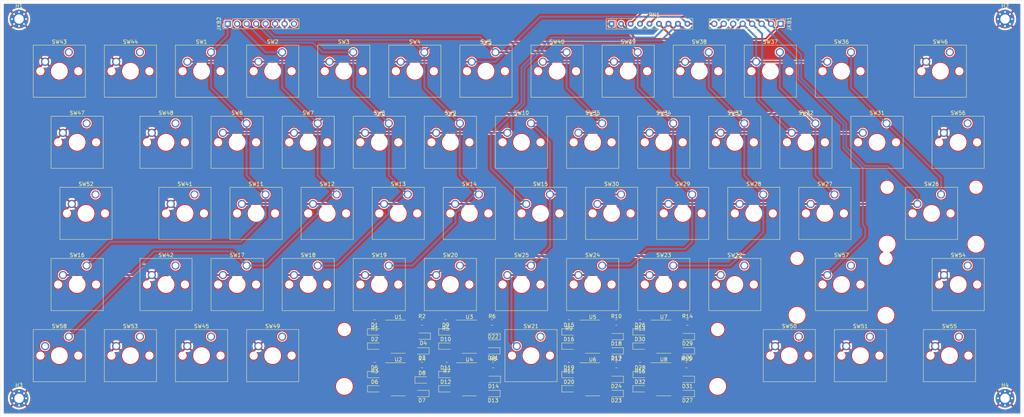
<source format=kicad_pcb>
(kicad_pcb (version 20211014) (generator pcbnew)
  (layers (0 "F.Cu" signal) (31 "B.Cu" signal) (34 "B.Paste" user) (35 "F.Paste" user) (36 "B.SilkS" user "B.Silkscreen") (37 "F.SilkS" user "F.Silkscreen") (38 "B.Mask" user) (39 "F.Mask" user) (44 "Edge.Cuts" user))
  (net 0 "")
  (net 1 "KD0")
  (net 2 "Net-(D2-Pad2)")
  (net 3 "KD1")
  (net 4 "Net-(D3-Pad2)")
  (net 5 "Net-(D4-Pad2)")
  (net 6 "KD2")
  (net 7 "Net-(D6-Pad2)")
  (net 8 "KD3")
  (net 9 "Net-(D7-Pad2)")
  (net 10 "Net-(D5-Pad2)")
  (net 11 "Net-(D8-Pad2)")
  (net 12 "Net-(D13-Pad2)")
  (net 13 "Net-(D12-Pad2)")
  (net 14 "Net-(D11-Pad2)")
  (net 15 "Net-(D1-Pad2)")
  (net 16 "Net-(D14-Pad2)")
  (net 17 "Net-(D15-Pad2)")
  (net 18 "KD4")
  (net 19 "Net-(D9-Pad2)")
  (net 20 "Net-(D10-Pad2)")
  (net 21 "Net-(D16-Pad2)")
  (net 22 "Net-(D17-Pad2)")
  (net 23 "Net-(D18-Pad2)")
  (net 24 "Net-(D19-Pad2)")
  (net 25 "Net-(D20-Pad2)")
  (net 26 "Net-(D21-Pad2)")
  (net 27 "Net-(D22-Pad2)")
  (net 28 "Net-(D23-Pad2)")
  (net 29 "Net-(D24-Pad2)")
  (net 30 "Net-(D25-Pad2)")
  (net 31 "Net-(D26-Pad2)")
  (net 32 "Net-(D27-Pad2)")
  (net 33 "Net-(D28-Pad2)")
  (net 34 "Net-(D29-Pad2)")
  (net 35 "Net-(D30-Pad2)")
  (net 36 "Net-(D31-Pad2)")
  (net 37 "Net-(D32-Pad2)")
  (net 38 "KA15")
  (net 39 "KA14")
  (net 40 "KA8")
  (net 41 "KA13")
  (net 42 "KA12")
  (net 43 "KA9")
  (net 44 "KA10")
  (net 45 "KA11")
  (net 46 "VCC")
  (net 47 "GND")
  (net 49 "Net-(R1-Pad2)")
  (net 50 "Net-(R2-Pad2)")
  (net 51 "Net-(R3-Pad2)")
  (net 52 "Net-(R4-Pad2)")
  (net 53 "Net-(R5-Pad2)")
  (net 54 "Net-(R6-Pad2)")
  (net 55 "Net-(R7-Pad2)")
  (net 56 "Net-(R8-Pad2)")
  (net 57 "Net-(R9-Pad2)")
  (net 58 "Net-(R10-Pad2)")
  (net 59 "Net-(R11-Pad2)")
  (net 60 "Net-(R12-Pad2)")
  (net 61 "Net-(R13-Pad2)")
  (net 62 "Net-(R14-Pad2)")
  (net 63 "Net-(R15-Pad2)")
  (net 64 "Net-(R16-Pad2)")
  (footprint "Diode_SMD:D_SOD-323_HandSoldering" (layer "F.Cu") (at 219.71 140.97 180)
    (fp_text reference "D29")
    (fp_text value "1N5819" hide)
  )
  (footprint "MountingHole:MountingHole_2.5mm_Pad_Via" (layer "F.Cu") (at 40.64 55.88)
    (fp_text reference "H1")
    (fp_text value "MountingHole_Pad" hide)
  )
  (footprint "Diode_SMD:D_SOD-323_HandSoldering" (layer "F.Cu") (at 148.59 156.21 180)
    (fp_text reference "D7")
    (fp_text value "1N5819" hide)
  )
  (footprint "Button_Switch_Keyboard:SW_Cherry_MX_1.00u_PCB" (layer "F.Cu") (at 177.8 121.92)
    (fp_text reference "SW25")
    (fp_text value "\"B\"")
  )
  (footprint "Button_Switch_Keyboard:SW_Cherry_MX_1.00u_PCB" (layer "F.Cu") (at 163.83 102.87)
    (fp_text reference "SW14")
    (fp_text value "\"F\"")
  )
  (footprint "Diode_SMD:D_SOD-323_HandSoldering" (layer "F.Cu") (at 187.96 139.7)
    (fp_text reference "D15")
    (fp_text value "1N5819" hide)
  )
  (footprint "Button_Switch_Keyboard:SW_Cherry_MX_1.00u_PCB" (layer "F.Cu") (at 263.525 64.77)
    (fp_text reference "SW36")
    (fp_text value "\"0\"")
  )
  (footprint "Button_Switch_Keyboard:SW_Cherry_MX_2.00u_PCB" (layer "F.Cu") (at 287.655 102.87)
    (fp_text reference "SW26")
    (fp_text value "\"EN\"")
  )
  (footprint "Diode_SMD:D_SOD-323_HandSoldering" (layer "F.Cu") (at 148.96 140.84 180)
    (fp_text reference "D4")
    (fp_text value "1N5819" hide)
  )
  (footprint "Diode_SMD:D_SOD-323_HandSoldering" (layer "F.Cu") (at 187.96 151.13)
    (fp_text reference "D19")
    (fp_text value "1N5819" hide)
  )
  (footprint "Diode_SMD:D_SOD-323_HandSoldering" (layer "F.Cu") (at 148.59 144.78 180)
    (fp_text reference "D3")
    (fp_text value "1N5819" hide)
  )
  (footprint "Button_Switch_Keyboard:SW_Cherry_MX_1.00u_PCB" (layer "F.Cu") (at 111.125 140.97)
    (fp_text reference "SW49")
    (fp_text value "\"RA\"")
  )
  (footprint "Resistor_SMD:R_0805_2012Metric_Pad1.20x1.40mm_HandSolder" (layer "F.Cu") (at 167.64 148.59)
    (fp_text reference "R8")
    (fp_text value "10kOm" hide)
  )
  (footprint "Button_Switch_Keyboard:SW_Cherry_MX_1.00u_PCB" (layer "F.Cu") (at 244.475 64.77)
    (fp_text reference "SW37")
    (fp_text value "\"9\"")
  )
  (footprint "Package_SO:SOIC-14_3.9x8.7mm_P1.27mm" (layer "F.Cu") (at 194.31 140.97)
    (fp_text reference "U5")
    (fp_text value "74HC32" hide)
  )
  (footprint "Resistor_SMD:R_0805_2012Metric_Pad1.20x1.40mm_HandSolder" (layer "F.Cu") (at 135.89 148.59 180)
    (fp_text reference "R3")
    (fp_text value "10kOm" hide)
  )
  (footprint "Button_Switch_Keyboard:SW_Cherry_MX_1.00u_PCB" (layer "F.Cu") (at 73.025 64.77)
    (fp_text reference "SW44")
    (fp_text value "\"INV_V\"")
  )
  (footprint "Button_Switch_Keyboard:SW_Cherry_MX_1.00u_PCB" (layer "F.Cu") (at 92.075 64.77)
    (fp_text reference "SW1")
    (fp_text value "\"1\"")
  )
  (footprint "Button_Switch_Keyboard:SW_Cherry_MX_1.00u_PCB" (layer "F.Cu") (at 101.6 121.92)
    (fp_text reference "SW17")
    (fp_text value "\"Z\"")
  )
  (footprint "Resistor_SMD:R_0805_2012Metric_Pad1.20x1.40mm_HandSolder" (layer "F.Cu") (at 187.96 148.59 180)
    (fp_text reference "R11")
    (fp_text value "10kOm" hide)
  )
  (footprint "Button_Switch_Keyboard:SW_Cherry_MX_1.00u_PCB" (layer "F.Cu") (at 268.605 140.97)
    (fp_text reference "SW51")
    (fp_text value "\"DA\"")
  )
  (footprint "Diode_SMD:D_SOD-323_HandSoldering" (layer "F.Cu") (at 135.89 143.51)
    (fp_text reference "D2")
    (fp_text value "1N5819" hide)
  )
  (footprint "Button_Switch_Keyboard:SW_Cherry_MX_1.00u_PCB" (layer "F.Cu") (at 144.78 102.87)
    (fp_text reference "SW13")
    (fp_text value "\"D\"")
  )
  (footprint "Button_Switch_Keyboard:SW_Cherry_MX_1.50u_PCB" (layer "F.Cu") (at 292.45 140.97)
    (fp_text reference "SW55")
    (fp_text value "\".\"")
  )
  (footprint "Package_SO:SOIC-14_3.9x8.7mm_P1.27mm" (layer "F.Cu") (at 194.31 152.4)
    (fp_text reference "U6")
    (fp_text value "74HC32" hide)
  )
  (footprint "Resistor_SMD:R_0805_2012Metric_Pad1.20x1.40mm_HandSolder" (layer "F.Cu") (at 135.89 137.16 180)
    (fp_text reference "R1")
    (fp_text value "10kOm" hide)
  )
  (footprint "Button_Switch_Keyboard:SW_Cherry_MX_1.00u_PCB" (layer "F.Cu") (at 73.025 140.97)
    (fp_text reference "SW53")
    (fp_text value "\"\"\"")
  )
  (footprint "Button_Switch_Keyboard:SW_Cherry_MX_1.00u_PCB" (layer "F.Cu") (at 182.88 102.87)
    (fp_text reference "SW15")
    (fp_text value "\"G\"")
  )
  (footprint "Button_Switch_Keyboard:SW_Cherry_MX_1.00u_PCB" (layer "F.Cu") (at 53.975 140.97)
    (fp_text reference "SW58")
    (fp_text value "\"SS\"")
  )
  (footprint "Button_Switch_Keyboard:SW_Cherry_MX_1.25u_PCB" (layer "F.Cu") (at 294.8 121.92)
    (fp_text reference "SW54")
    (fp_text value "\";\"")
  )
  (footprint "Button_Switch_Keyboard:SW_Cherry_MX_1.00u_PCB" (layer "F.Cu") (at 158.75 83.82)
    (fp_text reference "SW9")
    (fp_text value "\"R\"")
  )
  (footprint "Connector_PinHeader_2.54mm:PinHeader_1x08_P2.54mm_Vertical" (layer "F.Cu") (at 244.665 57.15 -90)
    (fp_text reference "JKB1")
    (fp_text value "KA")
  )
  (footprint "Button_Switch_Keyboard:SW_Cherry_MX_1.00u_PCB" (layer "F.Cu") (at 106.68 102.87)
    (fp_text reference "SW11")
    (fp_text value "\"A\"")
  )
  (footprint "Resistor_SMD:R_0805_2012Metric_Pad1.20x1.40mm_HandSolder" (layer "F.Cu") (at 148.59 148.59)
    (fp_text reference "R4")
    (fp_text value "10kOm" hide)
  )
  (footprint "Diode_SMD:D_SOD-323_HandSoldering" (layer "F.Cu") (at 219.71 144.78 180)
    (fp_text reference "D25")
    (fp_text value "1N5819" hide)
  )
  (footprint "Button_Switch_Keyboard:SW_Cherry_MX_1.00u_PCB" (layer "F.Cu") (at 111.125 64.77)
    (fp_text reference "SW2")
    (fp_text value "\"2\"")
  )
  (footprint "Button_Switch_Keyboard:SW_Cherry_MX_1.00u_PCB" (layer "F.Cu") (at 220.98 102.87)
    (fp_text reference "SW29")
    (fp_text value "\"J\"")
  )
  (footprint "Diode_SMD:D_SOD-323_HandSoldering" (layer "F.Cu") (at 154.94 139.7)
    (fp_text reference "D9")
    (fp_text value "1N5819" hide)
  )
  (footprint "Resistor_SMD:R_0805_2012Metric_Pad1.20x1.40mm_HandSolder" (layer "F.Cu") (at 200.66 137.16)
    (fp_text reference "R10")
    (fp_text value "10kOm" hide)
  )
  (footprint "Diode_SMD:D_SOD-323_HandSoldering" (layer "F.Cu") (at 135.89 139.7)
    (fp_text reference "D1")
    (fp_text value "1N5819" hide)
  )
  (footprint "Button_Switch_Keyboard:SW_Cherry_MX_1.75u_PCB" (layer "F.Cu") (at 290.015 64.77)
    (fp_text reference "SW46")
    (fp_text value "\"BREAK\"")
  )
  (footprint "Diode_SMD:D_SOD-323_HandSoldering" (layer "F.Cu") (at 207.03 151.13)
    (fp_text reference "D28")
    (fp_text value "1N5819" hide)
  )
  (footprint "Diode_SMD:D_SOD-323_HandSoldering" (layer "F.Cu") (at 154.94 143.51)
    (fp_text reference "D10")
    (fp_text value "1N5819" hide)
  )
  (footprint "Diode_SMD:D_SOD-323_HandSoldering" (layer "F.Cu") (at 187.96 143.51)
    (fp_text reference "D16")
    (fp_text value "1N5819" hide)
  )
  (footprint "Button_Switch_Keyboard:SW_Cherry_MX_1.00u_PCB" (layer "F.Cu") (at 273.05 83.82)
    (fp_text reference "SW31")
    (fp_text value "\"P\"")
  )
  (footprint "MountingHole:MountingHole_2.5mm_Pad_Via" (layer "F.Cu") (at 40.64 157.48)
    (fp_text reference "H3")
    (fp_text value "MountingHole_Pad" hide)
  )
  (footprint "Diode_SMD:D_SOD-323_HandSoldering" (layer "F.Cu") (at 167.64 140.97 180)
    (fp_text reference "D22")
    (fp_text value "1N5819" hide)
  )
  (footprint "Button_Switch_Keyboard:SW_Cherry_MX_1.00u_PCB" (layer "F.Cu") (at 82.55 121.92)
    (fp_text reference "SW42")
    (fp_text value "\"CS_LOCK\"")
  )
  (footprint "Resistor_SMD:R_0805_2012Metric_Pad1.20x1.40mm_HandSolder" (layer "F.Cu") (at 207.01 137.16 180)
    (fp_text reference "R13")
    (fp_text value "10kOm" hide)
  )
  (footprint "Button_Switch_Keyboard:SW_Cherry_MX_2.00u_PCB" (layer "F.Cu") (at 263.525 121.92)
    (fp_text reference "SW57")
    (fp_text value "\"CS\"")
  )
  (footprint "Resistor_SMD:R_0805_2012Metric_Pad1.20x1.40mm_HandSolder" (layer "F.Cu") (at 187.96 137.16 180)
    (fp_text reference "R9")
    (fp_text value "10kOm" hide)
  )
  (footprint "Package_SO:SOIC-14_3.9x8.7mm_P1.27mm" (layer "F.Cu") (at 213.36 140.97)
    (fp_text reference "U7")
    (fp_text value "74HC32" hide)
  )
  (footprint "Button_Switch_Keyboard:SW_Cherry_MX_1.00u_PCB" (layer "F.Cu") (at 125.73 102.87)
    (fp_text reference "SW12")
    (fp_text value "\"S\"")
  )
  (footprint "Diode_SMD:D_SOD-323_HandSoldering" (layer "F.Cu") (at 167.74 152.4 180)
    (fp_text reference "D14")
    (fp_text value "1N5819" hide)
  )
  (footprint "Button_Switch_Keyboard:SW_Cherry_MX_1.00u_PCB" (layer "F.Cu") (at 82.55 83.82)
    (fp_text reference "SW48")
    (fp_text value "\"GRAPH\"")
  )
  (footprint "Diode_SMD:D_SOD-323_HandSoldering" (layer "F.Cu") (at 200.66 144.78 180)
    (fp_text reference "D17")
    (fp_text value "1N5819" hide)
  )
  (footprint "Resistor_SMD:R_0805_2012Metric_Pad1.20x1.40mm_HandSolder" (layer "F.Cu") (at 167.37 137.16)
    (fp_text reference "R6")
    (fp_text value "10kOm" hide)
  )
  (footprint "Diode_SMD:D_SOD-323_HandSoldering" (layer "F.Cu") (at 206.99 143.51)
    (fp_text reference "D30")
    (fp_text value "1N5819" hide)
  )
  (footprint "Button_Switch_Keyboard:SW_Cherry_MX_1.00u_PCB" (layer "F.Cu") (at 196.85 121.92)
    (fp_text reference "SW24")
    (fp_text value "\"N\"")
  )
  (footprint "Button_Switch_Keyboard:SW_Cherry_MX_1.00u_PCB" (layer "F.Cu") (at 149.225 64.77)
    (fp_text reference "SW4")
    (fp_text value "\"4\"")
  )
  (footprint "Resistor_SMD:R_0805_2012Metric_Pad1.20x1.40mm_HandSolder" (layer "F.Cu") (at 200.66 148.59)
    (fp_text reference "R12")
    (fp_text value "10kOm" hide)
  )
  (footprint "Diode_SMD:D_SOD-323_HandSoldering" (layer "F.Cu") (at 187.96 154.94)
    (fp_text reference "D20")
    (fp_text value "1N5819" hide)
  )
  (footprint "Button_Switch_Keyboard:SW_Cherry_MX_1.00u_PCB" (layer "F.Cu") (at 87.63 102.87)
    (fp_text reference "SW41")
    (fp_text value "\"EDIT\"")
  )
  (footprint "Button_Switch_Keyboard:SW_Cherry_MX_1.00u_PCB" (layer "F.Cu") (at 101.6 83.82)
    (fp_text reference "SW6")
    (fp_text value "\"Q\"")
  )
  (footprint "Diode_SMD:D_SOD-323_HandSoldering" (layer "F.Cu") (at 154.94 151.13)
    (fp_text reference "D11")
    (fp_text value "1N5819" hide)
  )
  (footprint "Button_Switch_Keyboard:SW_Cherry_MX_1.00u_PCB" (layer "F.Cu") (at 254 83.82)
    (fp_text reference "SW32")
    (fp_text value "\"O\"")
  )
  (footprint "Button_Switch_Keyboard:SW_Cherry_MX_1.25u_PCB" (layer "F.Cu") (at 294.765 83.82)
    (fp_text reference "SW56")
    (fp_text value "\",\"")
  )
  (footprint "Diode_SMD:D_SOD-323_HandSoldering" (layer "F.Cu") (at 154.94 154.94)
    (fp_text reference "D12")
    (fp_text value "1N5819" hide)
  )
  (footprint "Package_SO:SOIC-14_3.9x8.7mm_P1.27mm" (layer "F.Cu") (at 161.29 152.4)
    (fp_text reference "U4")
    (fp_text value "74HC32" hide)
  )
  (footprint "Diode_SMD:D_SOD-323_HandSoldering" (layer "F.Cu") (at 219.71 156.21 180)
    (fp_text reference "D27")
    (fp_text value "1N5819" hide)
  )
  (footprint "MountingHole:MountingHole_2.5mm_Pad_Via" (layer "F.Cu") (at 304.8 55.88)
    (fp_text reference "H2")
    (fp_text value "MountingHole_Pad" hide)
  )
  (footprint "Button_Switch_Keyboard:SW_Cherry_MX_1.00u_PCB" (layer "F.Cu") (at 201.93 102.87)
    (fp_text reference "SW30")
    (fp_text value "\"H\"")
  )
  (footprint "Diode_SMD:D_SOD-323_HandSoldering" (layer "F.Cu") (at 219.71 152.4 180)
    (fp_text reference "D31")
    (fp_text value "1N5819" hide)
  )
  (footprint "Button_Switch_Keyboard:SW_Cherry_MX_1.00u_PCB" (layer "F.Cu") (at 120.65 121.92)
    (fp_text reference "SW18")
    (fp_text value "\"X\"")
  )
  (footprint "Button_Switch_Keyboard:SW_Cherry_MX_1.00u_PCB" (layer "F.Cu") (at 240.03 102.87)
    (fp_text reference "SW28")
    (fp_text value "\"K\"")
  )
  (footprint "Button_Switch_Keyboard:SW_Cherry_MX_1.00u_PCB" (layer "F.Cu") (at 120.65 83.82)
    (fp_text reference "SW7")
    (fp_text value "\"W\"")
  )
  (footprint "Button_Switch_Keyboard:SW_Cherry_MX_1.00u_PCB" (layer "F.Cu") (at 225.425 64.77)
    (fp_text reference "SW38")
    (fp_text value "\"8\"")
  )
  (footprint "Button_Switch_Keyboard:SW_Cherry_MX_1.00u_PCB" (layer "F.Cu") (at 139.7 121.92)
    (fp_text reference "SW19")
    (fp_text value "\"C\"")
  )
  (footprint "Button_Switch_Keyboard:SW_Cherry_MX_1.00u_PCB" (layer "F.Cu") (at 168.275 64.77)
    (fp_text reference "SW5")
    (fp_text value "\"5\"")
  )
  (footprint "Diode_SMD:D_SOD-323_HandSoldering" (layer "F.Cu") (at 200.66 152.4 180)
    (fp_text reference "D24")
    (fp_text value "1N5819" hide)
  )
  (footprint "Package_SO:SOIC-14_3.9x8.7mm_P1.27mm" (layer "F.Cu") (at 213.36 152.4)
    (fp_text reference "U8")
    (fp_text value "74HC32" hide)
  )
  (footprint "Button_Switch_Keyboard:SW_Cherry_MX_6.25u_PCB" (layer "F.Cu") (at 180.34 140.97)
    (fp_text reference "SW21")
    (fp_text value "\"SP\"")
  )
  (footprint "Button_Switch_Keyboard:SW_Cherry_MX_1.00u_PCB" (layer "F.Cu") (at 249.555 140.97)
    (fp_text reference "SW50")
    (fp_text value "\"UA\"")
  )
  (footprint "Button_Switch_Keyboard:SW_Cherry_MX_1.00u_PCB" (layer "F.Cu") (at 130.175 64.77)
    (fp_text reference "SW3")
    (fp_text value "\"3\"")
  )
  (footprint "Button_Switch_Keyboard:SW_Cherry_MX_1.00u_PCB" (layer "F.Cu") (at 215.9 121.92)
    (fp_text reference "SW23")
    (fp_text value "\"M\"")
  )
  (footprint "Button_Switch_Keyboard:SW_Cherry_MX_1.00u_PCB" (layer "F.Cu") (at 187.325 64.77)
    (fp_text reference "SW40")
    (fp_text value "\"6\"")
  )
  (footprint "Diode_SMD:D_SOD-323_HandSoldering" (layer "F.Cu") (at 167.62 144.78 180)
    (fp_text reference "D21")
    (fp_text value "1N5819" hide)
  )
  (footprint "Resistor_SMD:R_0805_2012Metric_Pad1.20x1.40mm_HandSolder" (layer "F.Cu") (at 219.71 137.16)
    (fp_text reference "R14")
    (fp_text value "10kOm" hide)
  )
  (footprint "Connector_PinHeader_2.54mm:PinHeader_1x08_P2.54mm_Vertical" (layer "F.Cu") (at 96.535 57.15 90)
    (fp_text reference "JKB2")
    (fp_text value "KDATA")
  )
  (footprint "Button_Switch_Keyboard:SW_Cherry_MX_1.50u_PCB" (layer "F.Cu") (at 58.7375 121.92)
    (fp_text reference "SW16")
    (fp_text value "\"CS\"")
  )
  (footprint "Diode_SMD:D_SOD-323_HandSoldering" (layer "F.Cu") (at 207.01 154.94)
    (fp_text reference "D32")
    (fp_text value "1N5819" hide)
  )
  (footprint "Button_Switch_Keyboard:SW_Cherry_MX_1.00u_PCB" (layer "F.Cu") (at 92.075 140.97)
    (fp_text reference "SW45")
    (fp_text value "\"LA\"")
  )
  (footprint "Resistor_SMD:R_0805_2012Metric_Pad1.20x1.40mm_HandSolder" (layer "F.Cu") (at 155.21 148.59 180)
    (fp_text reference "R7")
    (fp_text value "10kOm" hide)
  )
  (footprint "Resistor_THT:R_Array_SIP9" (layer "F.Cu") (at 199.39 57.15)
    (fp_text reference "RN1")
    (fp_text value "8x10kOm")
  )
  (footprint "Package_SO:SOIC-14_3.9x8.7mm_P1.27mm" (layer "F.Cu") (at 142.24 140.97)
    (fp_text reference "U1")
    (fp_text value "74HC32" hide)
  )
  (footprint "Diode_SMD:D_SOD-323_HandSoldering" (layer "F.Cu") (at 200.66 140.97 180)
    (fp_text reference "D18")
    (fp_text value "1N5819" hide)
  )
  (footprint "Resistor_SMD:R_0805_2012Metric_Pad1.20x1.40mm_HandSolder" (layer "F.Cu") (at 207.01 148.59 180)
    (fp_text reference "R16")
    (fp_text value "10kOm" hide)
  )
  (footprint "Button_Switch_Keyboard:SW_Cherry_MX_1.75u_PCB" (layer "F.Cu") (at 61.115 102.87)
    (fp_text reference "SW52")
    (fp_text value "\"EXTEND MODE\"")
  )
  (footprint "Diode_SMD:D_SOD-323_HandSoldering" (layer "F.Cu") (at 135.89 154.94)
    (fp_text reference "D6")
    (fp_text value "1N5819" hide)
  )
  (footprint "Resistor_SMD:R_0805_2012Metric_Pad1.20x1.40mm_HandSolder" (layer "F.Cu") (at 148.59 137.16)
    (fp_text reference "R2")
    (fp_text value "10kOm" hide)
  )
  (footprint "Diode_SMD:D_SOD-323_HandSoldering" (layer "F.Cu") (at 135.89 151.13)
    (fp_text reference "D5")
    (fp_text value "1N5819" hide)
  )
  (footprint "Button_Switch_Keyboard:SW_Cherry_MX_1.00u_PCB" (layer "F.Cu") (at 139.7 83.82)
    (fp_text reference "SW8")
    (fp_text value "\"E\"")
  )
  (footprint "MountingHole:MountingHole_2.5mm_Pad_Via" (layer "F.Cu") (at 304.8 157.48)
    (fp_text reference "H4")
    (fp_text value "MountingHole_Pad" hide)
  )
  (footprint "Package_SO:SOIC-14_3.9x8.7mm_P1.27mm" (layer "F.Cu") (at 161.29 140.97)
    (fp_text reference "U3")
    (fp_text value "74HC32" hide)
  )
  (footprint "Button_Switch_Keyboard:SW_Cherry_MX_1.00u_PCB" (layer "F.Cu") (at 158.75 121.92)
    (fp_text reference "SW20")
    (fp_text value "\"V\"")
  )
  (footprint "Diode_SMD:D_SOD-323_HandSoldering" (layer "F.Cu") (at 167.64 156.21 180)
    (fp_text reference "D13")
    (fp_text value "1N5819" hide)
  )
  (footprint "Button_Switch_Keyboard:SW_Cherry_MX_1.00u_PCB" (layer "F.Cu") (at 206.375 64.77)
    (fp_text reference "SW39")
    (fp_text value "\"7\"")
  )
  (footprint "Button_Switch_Keyboard:SW_Cherry_MX_1.00u_PCB" (layer "F.Cu") (at 53.975 64.77)
    (fp_text reference "SW43")
    (fp_text value "\"TRUE_V\"")
  )
  (footprint "Button_Switch_Keyboard:SW_Cherry_MX_1.00u_PCB" (layer "F.Cu") (at 234.95 83.82)
    (fp_text reference "SW33")
    (fp_text value "\"I\"")
  )
  (footprint "Button_Switch_Keyboard:SW_Cherry_MX_1.50u_PCB" (layer "F.Cu") (at 58.7375 83.82)
    (fp_text reference "SW47")
    (fp_text value "\"DEL\"")
  )
  (footprint "Button_Switch_Keyboard:SW_Cherry_MX_1.00u_PCB" (layer "F.Cu") (at 196.85 83.82)
    (fp_text reference "SW35")
    (fp_text value "\"Y\"")
  )
  (footprint "Button_Switch_Keyboard:SW_Cherry_MX_1.00u_PCB" (layer "F.Cu") (at 177.8 83.82)
    (fp_text reference "SW10")
    (fp_text value "\"T\"")
  )
  (footprint "Button_Switch_Keyboard:SW_Cherry_MX_1.00u_PCB" (layer "F.Cu") (at 259.08 102.87)
    (fp_text reference "SW27")
    (fp_text value "\"L\"")
  )
  (footprint "Diode_SMD:D_SOD-323_HandSoldering" (layer "F.Cu") (at 200.66 156.21 180)
    (fp_text reference "D23")
    (fp_text value "1N5819" hide)
  )
  (footprint "Button_Switch_Keyboard:SW_Cherry_MX_1.00u_PCB" (layer "F.Cu") (at 215.9 83.82)
    (fp_text reference "SW34")
    (fp_text value "\"U\"")
  )
  (footprint "Resistor_SMD:R_0805_2012Metric_Pad1.20x1.40mm_HandSolder" (layer "F.Cu") (at 219.44 148.59)
    (fp_text reference "R15")
    (fp_text value "10kOm" hide)
  )
  (footprint "Button_Switch_Keyboard:SW_Cherry_MX_1.00u_PCB" (layer "F.Cu") (at 234.95 121.92)
    (fp_text reference "SW22")
    (fp_text value "\"SS\"")
  )
  (footprint "Diode_SMD:D_SOD-323_HandSoldering" (layer "F.Cu") (at 148.61 152.575)
    (fp_text reference "D8")
    (fp_text value "1N5819" hide)
  )
  (footprint "Diode_SMD:D_SOD-323_HandSoldering" (layer "F.Cu") (at 207.01 139.7)
    (fp_text reference "D26")
    (fp_text value "1N5819" hide)
  )
  (footprint "Resistor_SMD:R_0805_2012Metric_Pad1.20x1.40mm_HandSolder" (layer "F.Cu") (at 154.94 137.16 180)
    (fp_text reference "R5")
    (fp_text value "10kOm" hide)
  )
  (footprint "Package_SO:SOIC-14_3.9x8.7mm_P1.27mm" (layer "F.Cu") (at 142.24 152.4)
    (fp_text reference "U2")
    (fp_text value "74HC32" hide)
  )
  (gr_line (start 35.56 50.8) (end 35.56 162.56) (layer "Edge.Cuts") (width 0.05))
  (gr_line (start 309.88 162.56) (end 309.88 50.8) (layer "Edge.Cuts") (width 0.05))
  (gr_line (start 309.88 50.8) (end 35.56 50.8) (layer "Edge.Cuts") (width 0.05))
  (gr_line (start 35.56 162.56) (end 309.88 162.56) (layer "Edge.Cuts") (width 0.05))
  (segment (start 263.525 64.77) (end 263.525 74.295) (width 0.508) (layer "B.Cu") (net 1))
  (segment (start 106.68 108.951193) (end 100.061193 115.57) (width 0.508) (layer "B.Cu") (net 1))
  (segment (start 96.535 57.15) (end 96.535 60.31) (width 0.508) (layer "B.Cu") (net 1))
  (segment (start 100.061193 115.57) (end 65.0875 115.57) (width 0.508) (layer "B.Cu") (net 1))
  (segment (start 92.075 74.295) (end 101.6 83.82) (width 0.508) (layer "B.Cu") (net 1))
  (segment (start 101.6 97.79) (end 106.68 102.87) (width 0.508) (layer "B.Cu") (net 1))
  (segment (start 101.6 83.82) (end 101.6 97.79) (width 0.508) (layer "B.Cu") (net 1))
  (segment (start 106.68 102.87) (end 106.68 108.951193) (width 0.508) (layer "B.Cu") (net 1))
  (segment (start 287.655 98.425) (end 287.655 102.87) (width 0.508) (layer "B.Cu") (net 1))
  (segment (start 263.525 74.295) (end 273.05 83.82) (width 0.508) (layer "B.Cu") (net 1))
  (segment (start 92.075 64.77) (end 92.075 74.295) (width 0.508) (layer "B.Cu") (net 1))
  (segment (start 65.0875 115.57) (end 58.7375 121.92) (width 0.508) (layer "B.Cu") (net 1))
  (segment (start 96.535 60.31) (end 92.075 64.77) (width 0.508) (layer "B.Cu") (net 1))
  (segment (start 273.05 83.82) (end 287.655 98.425) (width 0.508) (layer "B.Cu") (net 1))
  (segment (start 251.46 81.28) (end 254 83.82) (width 0.508) (layer "F.Cu") (net 3))
  (segment (start 120.65 83.82) (end 123.19 81.28) (width 0.508) (layer "F.Cu") (net 3))
  (segment (start 123.19 81.28) (end 251.46 81.28) (width 0.508) (layer "F.Cu") (net 3))
  (segment (start 120.685999 106.358367) (end 120.685999 107.914001) (width 0.508) (layer "B.Cu") (net 3))
  (segment (start 106.68 121.92) (end 101.6 121.92) (width 0.508) (layer "B.Cu") (net 3))
  (segment (start 254 83.82) (end 254 97.79) (width 0.508) (layer "B.Cu") (net 3))
  (segment (start 99.075 57.15) (end 106.695 64.77) (width 0.508) (layer "B.Cu") (net 3))
  (segment (start 120.685999 107.914001) (end 106.68 121.92) (width 0.508) (layer "B.Cu") (net 3))
  (segment (start 120.65 83.82) (end 120.65 97.79) (width 0.508) (layer "B.Cu") (net 3))
  (segment (start 53.975 140.97) (end 76.835 118.11) (width 0.508) (layer "B.Cu") (net 3))
  (segment (start 106.695 64.77) (end 111.125 64.77) (width 0.508) (layer "B.Cu") (net 3))
  (segment (start 124.174366 102.87) (end 120.685999 106.358367) (width 0.508) (layer "B.Cu") (net 3))
  (segment (start 111.125 74.295) (end 120.65 83.82) (width 0.508) (layer "B.Cu") (net 3))
  (segment (start 244.475 64.77) (end 244.475 74.295) (width 0.508) (layer "B.Cu") (net 3))
  (segment (start 97.79 118.11) (end 101.6 121.92) (width 0.508) (layer "B.Cu") (net 3))
  (segment (start 125.73 102.87) (end 124.174366 102.87) (width 0.508) (layer "B.Cu") (net 3))
  (segment (start 111.125 64.77) (end 111.125 74.295) (width 0.508) (layer "B.Cu") (net 3))
  (segment (start 254 97.79) (end 259.08 102.87) (width 0.508) (layer "B.Cu") (net 3))
  (segment (start 244.475 74.295) (end 254 83.82) (width 0.508) (layer "B.Cu") (net 3))
  (segment (start 120.65 97.79) (end 125.73 102.87) (width 0.508) (layer "B.Cu") (net 3))
  (segment (start 76.835 118.11) (end 97.79 118.11) (width 0.508) (layer "B.Cu") (net 3))
  (segment (start 125.73 121.92) (end 120.65 121.92) (width 0.508) (layer "B.Cu") (net 6))
  (segment (start 139.735999 107.914001) (end 125.73 121.92) (width 0.508) (layer "B.Cu") (net 6))
  (segment (start 240.03 102.87) (end 240.03 113.03) (width 0.508) (layer "B.Cu") (net 6))
  (segment (start 139.735999 106.358367) (end 139.735999 107.914001) (width 0.508) (layer "B.Cu") (net 6))
  (segment (start 225.425 64.77) (end 225.425 74.295) (width 0.508) (layer "B.Cu") (net 6))
  (segment (start 231.14 121.92) (end 215.9 121.92) (width 0.508) (layer "B.Cu") (net 6))
  (segment (start 225.425 74.295) (end 234.95 83.82) (width 0.508) (layer "B.Cu") (net 6))
  (segment (start 240.03 113.03) (end 231.14 121.92) (width 0.508) (layer "B.Cu") (net 6))
  (segment (start 119.38 62.23) (end 121.92 64.77) (width 0.508) (layer "B.Cu") (net 6))
  (segment (start 144.78 102.87) (end 143.224366 102.87) (width 0.508) (layer "B.Cu") (net 6))
  (segment (start 130.175 74.295) (end 139.7 83.82) (width 0.508) (layer "B.Cu") (net 6))
  (segment (start 121.92 64.77) (end 130.175 64.77) (width 0.508) (layer "B.Cu") (net 6))
  (segment (start 234.95 97.79) (end 240.03 102.87) (width 0.508) (layer "B.Cu") (net 6))
  (segment (start 234.95 83.82) (end 234.95 97.79) (width 0.508) (layer "B.Cu") (net 6))
  (segment (start 101.615 57.15) (end 106.695 62.23) (width 0.508) (layer "B.Cu") (net 6))
  (segment (start 139.7 97.79) (end 144.78 102.87) (width 0.508) (layer "B.Cu") (net 6))
  (segment (start 143.224366 102.87) (end 139.735999 106.358367) (width 0.508) (layer "B.Cu") (net 6))
  (segment (start 130.175 64.77) (end 130.175 74.295) (width 0.508) (layer "B.Cu") (net 6))
  (segment (start 106.695 62.23) (end 119.38 62.23) (width 0.508) (layer "B.Cu") (net 6))
  (segment (start 139.7 83.82) (end 139.7 97.79) (width 0.508) (layer "B.Cu") (net 6))
  (segment (start 203.835 62.23) (end 151.765 62.23) (width 0.508) (layer "F.Cu") (net 8))
  (segment (start 206.375 64.77) (end 203.835 62.23) (width 0.508) (layer "F.Cu") (net 8))
  (segment (start 151.765 62.23) (end 149.225 64.77) (width 0.508) (layer "F.Cu") (net 8))
  (segment (start 206.375 64.77) (end 206.375 74.295) (width 0.508) (layer "B.Cu") (net 8))
  (segment (start 220.98 102.87) (end 220.98 115.57) (width 0.508) (layer "B.Cu") (net 8))
  (segment (start 215.9 97.79) (end 220.98 102.87) (width 0.508) (layer "B.Cu") (net 8))
  (segment (start 219.075 117.475) (end 208.915 117.475) (width 0.508) (layer "B.Cu") (net 8))
  (segment (start 145.927 61.472) (end 149.225 64.77) (width 0.508) (layer "B.Cu") (net 8))
  (segment (start 157.564001 110.405999) (end 157.564001 107.95) (width 0.508) (layer "B.Cu") (net 8))
  (segment (start 158.714001 97.754001) (end 158.714001 87.665999) (width 0.508) (layer "B.Cu") (net 8))
  (segment (start 158.75 83.82) (end 149.225 74.295) (width 0.508) (layer "B.Cu") (net 8))
  (segment (start 139.7 121.92) (end 146.05 121.92) (width 0.508) (layer "B.Cu") (net 8))
  (segment (start 162.644001 102.87) (end 163.83 102.87) (width 0.508) (layer "B.Cu") (net 8))
  (segment (start 104.155 57.15) (end 108.477 61.472) (width 0.508) (layer "B.Cu") (net 8))
  (segment (start 108.477 61.472) (end 145.927 61.472) (width 0.508) (layer "B.Cu") (net 8))
  (segment (start 215.9 83.82) (end 215.9 97.79) (width 0.508) (layer "B.Cu") (net 8))
  (segment (start 204.47 121.92) (end 196.85 121.92) (width 0.508) (layer "B.Cu") (net 8))
  (segment (start 206.375 74.295) (end 215.9 83.82) (width 0.508) (layer "B.Cu") (net 8))
  (segment (start 149.225 74.295) (end 149.225 64.77) (width 0.508) (layer "B.Cu") (net 8))
  (segment (start 158.714001 87.665999) (end 158.75 87.63) (width 0.508) (layer "B.Cu") (net 8))
  (segment (start 158.75 87.63) (end 158.75 83.82) (width 0.508) (layer "B.Cu") (net 8))
  (segment (start 157.564001 107.95) (end 162.644001 102.87) (width 0.508) (layer "B.Cu") (net 8))
  (segment (start 163.83 102.87) (end 158.714001 97.754001) (width 0.508) (layer "B.Cu") (net 8))
  (segment (start 208.915 117.475) (end 204.47 121.92) (width 0.508) (layer "B.Cu") (net 8))
  (segment (start 220.98 115.57) (end 219.075 117.475) (width 0.508) (layer "B.Cu") (net 8))
  (segment (start 146.05 121.92) (end 157.564001 110.405999) (width 0.508) (layer "B.Cu") (net 8))
  (segment (start 182.88 102.87) (end 201.93 102.87) (width 0.508) (layer "F.Cu") (net 18))
  (segment (start 177.8 121.92) (end 158.75 121.92) (width 0.508) (layer "F.Cu") (net 18))
  (segment (start 177.8 83.82) (end 196.85 83.82) (width 0.508) (layer "F.Cu") (net 18))
  (segment (start 168.275 64.77) (end 187.325 64.77) (width 0.508) (layer "F.Cu") (net 18))
  (segment (start 106.695 57.15) (end 106.695 58.435) (width 0.508) (layer "B.Cu") (net 18))
  (segment (start 187.325 64.77) (end 187.325 74.295) (width 0.508) (layer "B.Cu") (net 18))
  (segment (start 164.219 60.714) (end 168.275 64.77) (width 0.508) (layer "B.Cu") (net 18))
  (segment (start 182.88 102.87) (end 182.88 116.84) (width 0.508) (layer "B.Cu") (net 18))
  (segment (start 106.695 58.435) (end 108.974 60.714) (width 0.508) (layer "B.Cu") (net 18))
  (segment (start 177.8 83.82) (end 182.88 88.9) (width 0.508) (layer "B.Cu") (net 18))
  (segment (start 108.974 60.714) (end 164.219 60.714) (width 0.508) (layer "B.Cu") (net 18))
  (segment (start 187.325 74.295) (end 196.85 83.82) (width 0.508) (layer "B.Cu") (net 18))
  (segment (start 182.88 88.9) (end 182.88 102.87) (width 0.508) (layer "B.Cu") (net 18))
  (segment (start 182.88 116.84) (end 177.8 121.92) (width 0.508) (layer "B.Cu") (net 18))
  (segment (start 190.5 124.46) (end 209.55 124.46) (width 0.508) (layer "F.Cu") (net 38))
  (segment (start 201.93 57.15) (end 205.986 61.206) (width 0.508) (layer "F.Cu") (net 38))
  (segment (start 209.55 124.46) (end 228.6 124.46) (width 0.508) (layer "F.Cu") (net 38))
  (segment (start 171.45 124.46) (end 190.5 124.46) (width 0.508) (layer "F.Cu") (net 38))
  (segment (start 205.986 61.206) (end 240.609 61.206) (width 0.508) (layer "F.Cu") (net 38))
  (segment (start 240.609 61.206) (end 244.665 57.15) (width 0.508) (layer "F.Cu") (net 38))
  (segment (start 172.549999 125.559999) (end 172.549999 142.069999) (width 0.508) (layer "B.Cu") (net 38))
  (segment (start 171.45 124.46) (end 172.549999 125.559999) (width 0.508) (layer "B.Cu") (net 38))
  (segment (start 172.549999 142.069999) (end 173.99 143.51) (width 0.508) (layer "B.Cu") (net 38))
  (segment (start 252.73 105.41) (end 281.305 105.41) (width 0.508) (layer "F.Cu") (net 39))
  (segment (start 233.68 105.41) (end 252.73 105.41) (width 0.508) (layer "F.Cu") (net 39))
  (segment (start 207.891 53.729) (end 238.704 53.729) (width 0.508) (layer "F.Cu") (net 39))
  (segment (start 238.704 53.729) (end 242.125 57.15) (width 0.508) (layer "F.Cu") (net 39))
  (segment (start 204.47 57.15) (end 207.891 53.729) (width 0.508) (layer "F.Cu") (net 39))
  (segment (start 214.63 105.41) (end 233.68 105.41) (width 0.508) (layer "F.Cu") (net 39))
  (segment (start 195.58 105.41) (end 214.63 105.41) (width 0.508) (layer "F.Cu") (net 39))
  (segment (start 250.19 65.405) (end 242.125 57.34) (width 0.508) (layer "B.Cu") (net 39))
  (segment (start 281.305 103.1875) (end 273.3675 95.25) (width 0.508) (layer "B.Cu") (net 39))
  (segment (start 250.19 71.755) (end 250.19 65.405) (width 0.508) (layer "B.Cu") (net 39))
  (segment (start 267.335 95.25) (end 262.255 90.17) (width 0.508) (layer "B.Cu") (net 39))
  (segment (start 273.3675 95.25) (end 267.335 95.25) (width 0.508) (layer "B.Cu") (net 39))
  (segment (start 262.255 83.82) (end 250.19 71.755) (width 0.508) (layer "B.Cu") (net 39))
  (segment (start 242.125 57.34) (end 242.125 57.15) (width 0.508) (layer "B.Cu") (net 39))
  (segment (start 281.305 105.41) (end 281.305 103.1875) (width 0.508) (layer "B.Cu") (net 39))
  (segment (start 262.255 90.17) (end 262.255 83.82) (width 0.508) (layer "B.Cu") (net 39))
  (segment (start 257.175 124.46) (end 245.11 124.46) (width 0.508) (layer "F.Cu") (net 40))
  (segment (start 78.74 121.92) (end 73.66 121.92) (width 0.508) (layer "F.Cu") (net 40))
  (segment (start 133.35 124.46) (end 152.4 124.46) (width 0.508) (layer "F.Cu") (net 40))
  (segment (start 240.03 119.38) (end 157.48 119.38) (width 0.508) (layer "F.Cu") (net 40))
  (segment (start 71.12 124.46) (end 52.3875 124.46) (width 0.508) (layer "F.Cu") (net 40))
  (segment (start 245.11 124.46) (end 240.03 119.38) (width 0.508) (layer "F.Cu") (net 40))
  (segment (start 81.28 124.46) (end 78.74 121.92) (width 0.508) (layer "F.Cu") (net 40))
  (segment (start 133.35 124.46) (end 114.3 124.46) (width 0.508) (layer "F.Cu") (net 40))
  (segment (start 209.673 54.487) (end 236.922 54.487) (width 0.508) (layer "F.Cu") (net 40))
  (segment (start 73.66 121.92) (end 71.12 124.46) (width 0.508) (layer "F.Cu") (net 40))
  (segment (start 207.01 57.15) (end 209.673 54.487) (width 0.508) (layer "F.Cu") (net 40))
  (segment (start 114.3 124.46) (end 95.25 124.46) (width 0.508) (layer "F.Cu") (net 40))
  (segment (start 95.25 124.46) (end 81.28 124.46) (width 0.508) (layer "F.Cu") (net 40))
  (segment (start 236.922 54.487) (end 239.585 57.15) (width 0.508) (layer "F.Cu") (net 40))
  (segment (start 157.48 119.38) (end 152.4 124.46) (width 0.508) (layer "F.Cu") (net 40))
  (segment (start 239.585 57.15) (end 249.432 66.997) (width 0.508) (layer "B.Cu") (net 40))
  (segment (start 267.335 114.3) (end 257.175 124.46) (width 0.508) (layer "B.Cu") (net 40))
  (segment (start 249.432 72.068974) (end 261.497 84.133974) (width 0.508) (layer "B.Cu") (net 40))
  (segment (start 261.497 84.133974) (end 261.497 90.483974) (width 0.508) (layer "B.Cu") (net 40))
  (segment (start 249.432 66.997) (end 249.432 72.068974) (width 0.508) (layer "B.Cu") (net 40))
  (segment (start 267.335 111.750153) (end 267.335 114.3) (width 0.508) (layer "B.Cu") (net 40))
  (segment (start 261.497 90.483974) (end 266.7 95.686974) (width 0.508) (layer "B.Cu") (net 40))
  (segment (start 266.7 95.686974) (end 266.7 111.115153) (width 0.508) (layer "B.Cu") (net 40))
  (segment (start 266.7 111.115153) (end 267.335 111.750153) (width 0.508) (layer "B.Cu") (net 40))
  (segment (start 209.55 57.15) (end 211.455 55.245) (width 0.508) (layer "F.Cu") (net 41))
  (segment (start 247.65 86.36) (end 266.7 86.36) (width 0.508) (layer "F.Cu") (net 41))
  (segment (start 211.455 55.245) (end 235.14 55.245) (width 0.508) (layer "F.Cu") (net 41))
  (segment (start 228.6 86.36) (end 247.65 86.36) (width 0.508) (layer "F.Cu") (net 41))
  (segment (start 209.55 86.36) (end 228.6 86.36) (width 0.508) (layer "F.Cu") (net 41))
  (segment (start 190.5 86.36) (end 209.55 86.36) (width 0.508) (layer "F.Cu") (net 41))
  (segment (start 235.14 55.245) (end 237.045 57.15) (width 0.508) (layer "F.Cu") (net 41))
  (segment (start 237.045 57.15) (end 239.729 59.834) (width 0.508) (layer "B.Cu") (net 41))
  (segment (start 238.789399 68.914) (end 238.789399 77.499399) (width 0.508) (layer "B.Cu") (net 41))
  (segment (start 239.729 59.834) (end 239.729 67.974399) (width 0.508) (layer "B.Cu") (net 41))
  (segment (start 239.729 67.974399) (end 238.789399 68.914) (width 0.508) (layer "B.Cu") (net 41))
  (segment (start 238.789399 77.499399) (end 247.65 86.36) (width 0.508) (layer "B.Cu") (net 41))
  (segment (start 215.388 60.448) (end 231.207 60.448) (width 0.508) (layer "F.Cu") (net 42))
  (segment (start 180.975 67.31) (end 200.025 67.31) (width 0.508) (layer "F.Cu") (net 42))
  (segment (start 219.075 67.31) (end 238.125 67.31) (width 0.508) (layer "F.Cu") (net 42))
  (segment (start 231.207 60.448) (end 234.505 57.15) (width 0.508) (layer "F.Cu") (net 42))
  (segment (start 200.025 67.31) (end 219.075 67.31) (width 0.508) (layer "F.Cu") (net 42))
  (segment (start 212.09 57.15) (end 215.388 60.448) (width 0.508) (layer "F.Cu") (net 42))
  (segment (start 238.125 67.31) (end 257.175 67.31) (width 0.508) (layer "F.Cu") (net 42))
  (segment (start 238.125 60.77) (end 238.125 67.31) (width 0.508) (layer "B.Cu") (net 42))
  (segment (start 234.505 57.15) (end 238.125 60.77) (width 0.508) (layer "B.Cu") (net 42))
  (segment (start 230.2825 59.69) (end 231.965 58.0075) (width 0.508) (layer "F.Cu") (net 43))
  (segment (start 214.63 57.15) (end 217.17 59.69) (width 0.508) (layer "F.Cu") (net 43))
  (segment (start 176.53 105.41) (end 157.48 105.41) (width 0.508) (layer "F.Cu") (net 43))
  (segment (start 231.965 58.0075) (end 231.965 57.15) (width 0.508) (layer "F.Cu") (net 43))
  (segment (start 138.43 105.41) (end 119.38 105.41) (width 0.508) (layer "F.Cu") (net 43))
  (segment (start 157.48 105.41) (end 138.43 105.41) (width 0.508) (layer "F.Cu") (net 43))
  (segment (start 217.17 59.69) (end 230.2825 59.69) (width 0.508) (layer "F.Cu") (net 43))
  (segment (start 119.38 105.41) (end 100.33 105.41) (width 0.508) (layer "F.Cu") (net 43))
  (segment (start 171.791999 82.208001) (end 171.791999 81.771027) (width 0.508) (layer "B.Cu") (net 43))
  (segment (start 167.005 86.995) (end 171.791999 82.208001) (width 0.508) (layer "B.Cu") (net 43))
  (segment (start 175.26 78.303026) (end 175.26 68.778026) (width 0.508) (layer "B.Cu") (net 43))
  (segment (start 171.791999 81.771027) (end 175.26 78.303026) (width 0.508) (layer "B.Cu") (net 43))
  (segment (start 176.53 105.41) (end 167.005 95.885) (width 0.508) (layer "B.Cu") (net 43))
  (segment (start 167.005 95.885) (end 167.005 86.995) (width 0.508) (layer "B.Cu") (net 43))
  (segment (start 175.26 68.778026) (end 183.201026 60.837) (width 0.508) (layer "B.Cu") (net 43))
  (segment (start 210.943 60.837) (end 214.63 57.15) (width 0.508) (layer "B.Cu") (net 43))
  (segment (start 183.201026 60.837) (end 210.943 60.837) (width 0.508) (layer "B.Cu") (net 43))
  (segment (start 218.952 58.932) (end 227.643 58.932) (width 0.508) (layer "F.Cu") (net 44))
  (segment (start 95.25 86.36) (end 114.3 86.36) (width 0.508) (layer "F.Cu") (net 44))
  (segment (start 133.35 86.36) (end 152.4 86.36) (width 0.508) (layer "F.Cu") (net 44))
  (segment (start 114.3 86.36) (end 133.35 86.36) (width 0.508) (layer "F.Cu") (net 44))
  (segment (start 227.643 58.932) (end 229.425 57.15) (width 0.508) (layer "F.Cu") (net 44))
  (segment (start 217.17 57.15) (end 218.952 58.932) (width 0.508) (layer "F.Cu") (net 44))
  (segment (start 152.4 86.36) (end 171.45 86.36) (width 0.508) (layer "F.Cu") (net 44))
  (segment (start 212.725 61.595) (end 217.17 57.15) (width 0.508) (layer "B.Cu") (net 44))
  (segment (start 176.018 69.092) (end 183.515 61.595) (width 0.508) (layer "B.Cu") (net 44))
  (segment (start 183.515 61.595) (end 212.725 61.595) (width 0.508) (layer "B.Cu") (net 44))
  (segment (start 176.018 78.617) (end 176.018 69.092) (width 0.508) (layer "B.Cu") (net 44))
  (segment (start 172.549999 85.260001) (end 172.549999 82.085001) (width 0.508) (layer "B.Cu") (net 44))
  (segment (start 172.549999 82.085001) (end 176.018 78.617) (width 0.508) (layer "B.Cu") (net 44))
  (segment (start 171.45 86.36) (end 172.549999 85.260001) (width 0.508) (layer "B.Cu") (net 44))
  (segment (start 85.725 67.31) (end 104.775 67.31) (width 0.508) (layer "F.Cu") (net 45))
  (segment (start 104.775 67.31) (end 123.825 67.31) (width 0.508) (layer "F.Cu") (net 45))
  (segment (start 219.71 57.15) (end 226.885 57.15) (width 0.508) (layer "F.Cu") (net 45))
  (segment (start 142.875 67.31) (end 161.925 67.31) (width 0.508) (layer "F.Cu") (net 45))
  (segment (start 123.825 67.31) (end 142.875 67.31) (width 0.508) (layer "F.Cu") (net 45))
  (segment (start 168.275 67.31) (end 180.34 55.245) (width 0.508) (layer "B.Cu") (net 45))
  (segment (start 217.805 55.245) (end 219.71 57.15) (width 0.508) (layer "B.Cu") (net 45))
  (segment (start 161.925 67.31) (end 168.275 67.31) (width 0.508) (layer "B.Cu") (net 45))
  (segment (start 180.34 55.245) (end 217.805 55.245) (width 0.508) (layer "B.Cu") (net 45))
  (zone (net 47) (net_name "GND") (layer "F.Cu") (name "GND") (connect_pads (clearance 0.254)) (min_thickness 0.254) (fill yes (thermal_gap 0.508) (thermal_bridge_width 0.508))
    (polygon (pts (xy 308.864 51.816) (xy 308.864 161.544) (xy 36.576 161.544) (xy 36.576 51.816)))
  )
  (zone (net 46) (net_name "VCC") (layer "B.Cu") (connect_pads (clearance 0.508)) (min_thickness 0.254) (fill yes (thermal_gap 0.508) (thermal_bridge_width 0.508))
    (polygon (pts (xy 308.864 161.544) (xy 36.576 161.544) (xy 36.576 51.816) (xy 308.864 51.816)))
  )
)
</source>
